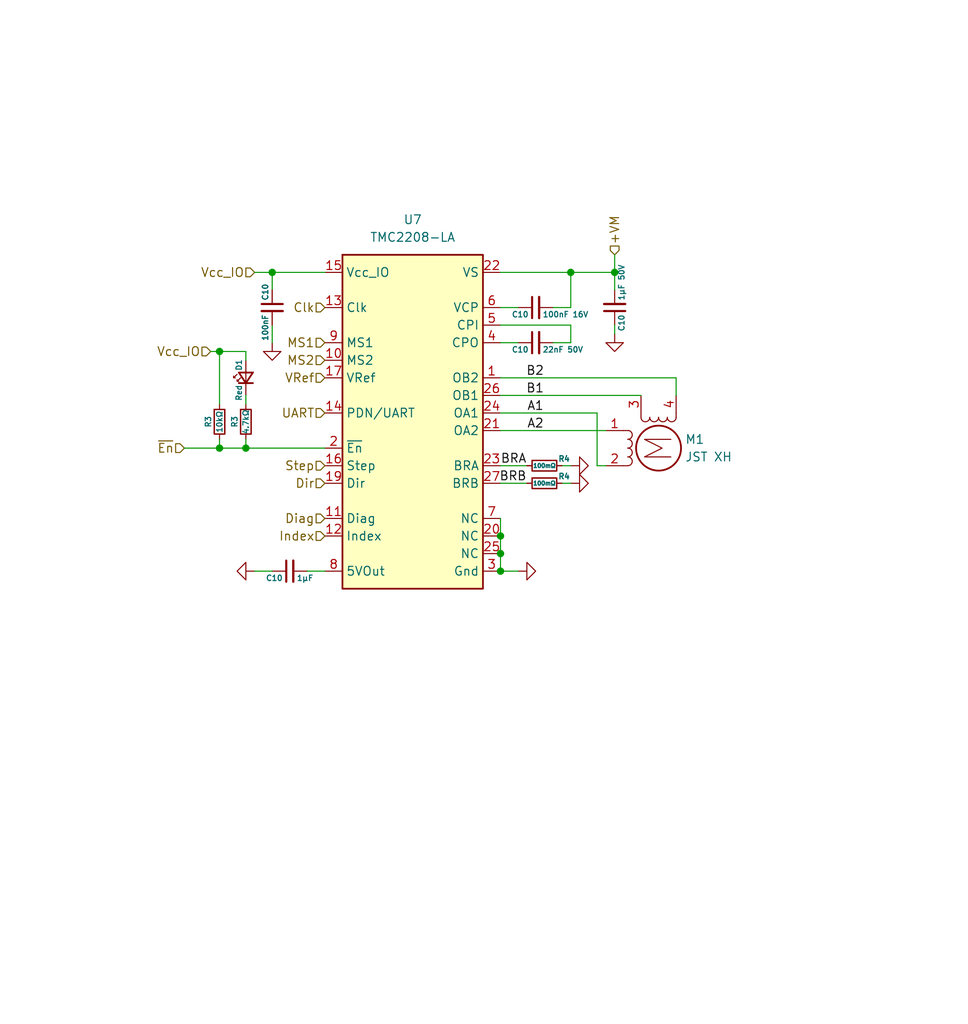
<source format=kicad_sch>
(kicad_sch (version 20230121) (generator eeschema)
  (paper "User" 140.005 148.006)
  (title_block (title "Integrated TMC2208 Driver Block") (company "Meridi Engineering"))
  (lib_symbols
    (symbol "Device:C_Small" (pin_numbers hide) (pin_names (offset 0.254) hide)
      (property "Reference" "C" (at 0.254 1.778 0))
      (property "Value" "C_Small" (at 0.254 -2.032 0))
      (symbol "C_Small_0_1"
        (polyline (pts (xy -1.524 -0.508) (xy 1.524 -0.508)) (stroke (width 0.3302)))
        (polyline (pts (xy -1.524 0.508) (xy 1.524 0.508)) (stroke (width 0.3048)))
      )
      (symbol "C_Small_1_1"
        (pin passive line (at 0 2.54 270) (length 2.032) (name "~") (number "1"))
        (pin passive line (at 0 -2.54 90) (length 2.032) (name "~") (number "2"))
      )
    )
    (symbol "Device:LED_Small" (pin_numbers hide) (pin_names (offset 0.254) hide)
      (property "Reference" "D" (at -1.27 3.175 0))
      (property "Value" "LED_Small" (at -4.445 -2.54 0))
      (symbol "LED_Small_0_1"
        (polyline (pts (xy -0.762 -1.016) (xy -0.762 1.016)) (stroke (width 0.254)))
        (polyline (pts (xy 1.016 0) (xy -0.762 0)))
        (polyline (pts (xy 0.762 -1.016) (xy -0.762 0) (xy 0.762 1.016) (xy 0.762 -1.016)) (stroke (width 0.254)))
        (polyline (pts (xy 0 0.762) (xy -0.508 1.27) (xy -0.254 1.27) (xy -0.508 1.27) (xy -0.508 1.016)))
        (polyline (pts (xy 0.508 1.27) (xy 0 1.778) (xy 0.254 1.778) (xy 0 1.778) (xy 0 1.524)))
      )
      (symbol "LED_Small_1_1"
        (pin passive line (at -2.54 0 0) (length 1.778) (name "K") (number "1"))
        (pin passive line (at 2.54 0 180) (length 1.778) (name "A") (number "2"))
      )
    )
    (symbol "Device:R_Small" (pin_numbers hide) (pin_names (offset 0.254) hide)
      (property "Reference" "R" (at 0.762 0.508 0))
      (property "Value" "R_Small" (at 0.762 -1.016 0))
      (symbol "R_Small_0_1"
        (rectangle (start -0.762 1.778) (end 0.762 -1.778) (stroke (width 0.2032)))
      )
      (symbol "R_Small_1_1"
        (pin passive line (at 0 2.54 270) (length 0.762) (name "~") (number "1"))
        (pin passive line (at 0 -2.54 90) (length 0.762) (name "~") (number "2"))
      )
    )
    (symbol "Motor:Stepper_Motor_bipolar" (pin_names (offset 0) hide)
      (property "Reference" "M" (at 3.81 2.54 0))
      (property "Value" "Stepper_Motor_bipolar" (at 3.81 1.27 0))
      (symbol "Stepper_Motor_bipolar_0_0"
        (polyline (pts (xy -1.27 -1.778) (xy -1.27 2.032) (xy 0 -0.508) (xy 1.27 2.032) (xy 1.27 -1.778)))
      )
      (symbol "Stepper_Motor_bipolar_0_1"
        (arc (start -4.445 -2.54) (mid -3.8127 -1.905) (end -4.445 -1.27))
        (arc (start -4.445 -1.27) (mid -3.8127 -0.635) (end -4.445 0))
        (arc (start -4.445 0) (mid -3.8127 0.635) (end -4.445 1.27))
        (arc (start -4.445 1.27) (mid -3.8127 1.905) (end -4.445 2.54))
        (arc (start -2.54 4.445) (mid -1.905 3.8127) (end -1.27 4.445))
        (arc (start -1.27 4.445) (mid -0.635 3.8127) (end 0 4.445))
        (polyline (pts (xy -5.08 -2.54) (xy -4.445 -2.54)))
        (polyline (pts (xy -5.08 2.54) (xy -4.445 2.54)))
        (polyline (pts (xy -2.54 5.08) (xy -2.54 4.445)))
        (polyline (pts (xy 2.54 5.08) (xy 2.54 4.445)))
        (circle (center 0 0) (radius 3.2512) (stroke (width 0.254)))
        (arc (start 0 4.445) (mid 0.635 3.8127) (end 1.27 4.445))
        (arc (start 1.27 4.445) (mid 1.905 3.8127) (end 2.54 4.445))
      )
      (symbol "Stepper_Motor_bipolar_1_1"
        (pin passive line (at -2.54 7.62 270) (length 2.54) (name "~") (number "1"))
        (pin passive line (at 2.54 7.62 270) (length 2.54) (name "-") (number "2"))
        (pin passive line (at -7.62 2.54 0) (length 2.54) (name "~") (number "3"))
        (pin passive line (at -7.62 -2.54 0) (length 2.54) (name "~") (number "4"))
      )
    )
    (symbol "corevus:TMC2208-LA"
      (property "Reference" "U" (at -10.16 25.4 0))
      (property "Value" "TMC2208-LA" (at 10.16 25.4 0))
      (symbol "TMC2208-LA_0_0"
        (pin power_out line (at 12.7 6.35 180) (length 2.54) (name "OB2") (number "1"))
        (pin input line (at -12.7 8.89 0) (length 2.54) (name "MS2") (number "10"))
        (pin output line (at -12.7 -13.97 0) (length 2.54) (name "Diag") (number "11"))
        (pin output line (at -12.7 -16.51 0) (length 2.54) (name "Index") (number "12"))
        (pin input line (at -12.7 16.51 0) (length 2.54) (name "Clk") (number "13"))
        (pin input line (at -12.7 21.59 0) (length 2.54) (name "Vcc_IO") (number "15"))
        (pin input line (at -12.7 -6.35 0) (length 2.54) (name "Step") (number "16"))
        (pin input line (at -12.7 6.35 0) (length 2.54) (name "VRef") (number "17"))
        (pin input line (at -12.7 -8.89 0) (length 2.54) (name "Dir") (number "19"))
        (pin passive line (at 12.7 -16.51 180) (length 2.54) (name "NC") (number "20"))
        (pin power_in line (at 12.7 -1.27 180) (length 2.54) (name "OA2") (number "21"))
        (pin power_in line (at 12.7 21.59 180) (length 2.54) (name "VS") (number "22"))
        (pin power_in line (at 12.7 -6.35 180) (length 2.54) (name "BRA") (number "23"))
        (pin power_in line (at 12.7 1.27 180) (length 2.54) (name "OA1") (number "24"))
        (pin power_in line (at 12.7 3.81 180) (length 2.54) (name "OB1") (number "26"))
        (pin power_in line (at 12.7 -8.89 180) (length 2.54) (name "BRB") (number "27"))
        (pin power_in line (at 12.7 -21.59 180) (length 2.54) (name "Gnd") (number "3"))
        (pin power_out line (at 12.7 11.43 180) (length 2.54) (name "CPO") (number "4"))
        (pin power_in line (at 12.7 13.97 180) (length 2.54) (name "CPI") (number "5"))
        (pin power_in line (at 12.7 16.51 180) (length 2.54) (name "VCP") (number "6"))
        (pin passive line (at 12.7 -13.97 180) (length 2.54) (name "NC") (number "7"))
        (pin power_out line (at -12.7 -21.59 0) (length 2.54) (name "5VOut") (number "8"))
        (pin input line (at -12.7 11.43 0) (length 2.54) (name "MS1") (number "9"))
      )
      (symbol "TMC2208-LA_0_1"
        (rectangle (start -10.16 24.13) (end 10.16 -24.13) (stroke (width 0.254)) (fill (type background)))
      )
      (symbol "TMC2208-LA_1_0"
        (pin bidirectional line (at -12.7 1.27 0) (length 2.54) (name "PDN/UART") (number "14"))
        (pin power_in line (at 12.7 -21.59 180) (length 2.54) hide (name "Gnd") (number "18"))
        (pin input line (at -12.7 -3.81 0) (length 2.54) (name "~{En}") (number "2"))
        (pin passive line (at 12.7 -19.05 180) (length 2.54) (name "NC") (number "25"))
        (pin unspecified line (at 12.7 21.59 180) (length 2.54) hide (name "VS") (number "28"))
        (pin unspecified line (at 12.7 -21.59 180) (length 2.54) hide (name "Pad") (number "29"))
      )
    )
    (symbol "power:GND" (power) (pin_names (offset 0))
      (property "Value" "GND" (at 0 -3.81 0))
      (symbol "GND_0_1"
        (polyline (pts (xy 0 0) (xy 0 -1.27) (xy 1.27 -1.27) (xy 0 -2.54) (xy -1.27 -1.27) (xy 0 -1.27)))
      )
      (symbol "GND_1_1"
        (pin power_in line (at 0 0 270) (length 0) hide (name "GND") (number "1"))
      )
    )
  )
  (junction (at 72.39 77.47))
  (junction (at 35.56 64.77))
  (junction (at 72.39 80.01))
  (junction (at 88.9 39.37))
  (junction (at 31.75 64.77))
  (junction (at 82.55 39.37))
  (junction (at 39.37 39.37))
  (junction (at 72.39 82.55))
  (junction (at 31.75 50.8))
  (wire (pts (xy 72.39 49.53) (xy 74.93 49.53)))
  (wire (pts (xy 88.9 39.37) (xy 88.9 41.91)))
  (wire (pts (xy 31.75 50.8) (xy 31.75 58.42)))
  (wire (pts (xy 97.79 54.61) (xy 97.79 57.15)))
  (wire (pts (xy 36.83 82.55) (xy 39.37 82.55)))
  (wire (pts (xy 72.39 74.93) (xy 72.39 77.47)))
  (wire (pts (xy 35.56 50.8) (xy 35.56 52.07)))
  (wire (pts (xy 82.55 39.37) (xy 88.9 39.37)))
  (wire (pts (xy 86.36 67.31) (xy 87.63 67.31)))
  (wire (pts (xy 31.75 64.77) (xy 35.56 64.77)))
  (wire (pts (xy 39.37 39.37) (xy 46.99 39.37)))
  (wire (pts (xy 31.75 50.8) (xy 35.56 50.8)))
  (wire (pts (xy 72.39 39.37) (xy 82.55 39.37)))
  (wire (pts (xy 72.39 46.99) (xy 82.55 46.99)))
  (wire (pts (xy 72.39 57.15) (xy 92.71 57.15)))
  (wire (pts (xy 31.75 63.5) (xy 31.75 64.77)))
  (wire (pts (xy 72.39 77.47) (xy 72.39 80.01)))
  (wire (pts (xy 86.36 59.69) (xy 86.36 67.31)))
  (wire (pts (xy 26.67 64.77) (xy 31.75 64.77)))
  (wire (pts (xy 82.55 46.99) (xy 82.55 49.53)))
  (wire (pts (xy 35.56 64.77) (xy 35.56 63.5)))
  (wire (pts (xy 72.39 62.23) (xy 87.63 62.23)))
  (wire (pts (xy 88.9 46.99) (xy 88.9 48.26)))
  (wire (pts (xy 80.01 44.45) (xy 82.55 44.45)))
  (wire (pts (xy 72.39 54.61) (xy 97.79 54.61)))
  (wire (pts (xy 30.48 50.8) (xy 31.75 50.8)))
  (wire (pts (xy 72.39 69.85) (xy 76.2 69.85)))
  (wire (pts (xy 80.01 49.53) (xy 82.55 49.53)))
  (wire (pts (xy 81.28 69.85) (xy 82.55 69.85)))
  (wire (pts (xy 72.39 67.31) (xy 76.2 67.31)))
  (wire (pts (xy 39.37 39.37) (xy 39.37 41.91)))
  (wire (pts (xy 39.37 46.99) (xy 39.37 49.53)))
  (wire (pts (xy 72.39 44.45) (xy 74.93 44.45)))
  (wire (pts (xy 72.39 80.01) (xy 72.39 82.55)))
  (wire (pts (xy 72.39 59.69) (xy 86.36 59.69)))
  (wire (pts (xy 88.9 36.83) (xy 88.9 39.37)))
  (wire (pts (xy 36.83 39.37) (xy 39.37 39.37)))
  (wire (pts (xy 82.55 44.45) (xy 82.55 39.37)))
  (wire (pts (xy 44.45 82.55) (xy 46.99 82.55)))
  (wire (pts (xy 81.28 67.31) (xy 82.55 67.31)))
  (wire (pts (xy 74.93 82.55) (xy 72.39 82.55)))
  (wire (pts (xy 35.56 64.77) (xy 46.99 64.77)))
  (wire (pts (xy 35.56 57.15) (xy 35.56 58.42)))
  (label "A2" (at 76.2 62.23 0))
  (label "BRA" (at 76.2 67.31 180))
  (label "B2" (at 78.74 54.61 180))
  (label "BRB" (at 76.2 69.85 180))
  (label "B1" (at 78.74 57.15 180))
  (label "A1" (at 76.2 59.69 0))
  (hierarchical_label "Vcc_IO" (shape input) (at 30.48 50.8 180))
  (hierarchical_label "Index" (shape input) (at 46.99 77.47 180))
  (hierarchical_label "Diag" (shape input) (at 46.99 74.93 180))
  (hierarchical_label "Vcc_IO" (shape input) (at 36.83 39.37 180))
  (hierarchical_label "Step" (shape input) (at 46.99 67.31 180))
  (hierarchical_label "VRef" (shape input) (at 46.99 54.61 180))
  (hierarchical_label "Clk" (shape input) (at 46.99 44.45 180))
  (hierarchical_label "Dir" (shape input) (at 46.99 69.85 180))
  (hierarchical_label "MS2" (shape input) (at 46.99 52.07 180))
  (hierarchical_label "UART" (shape input) (at 46.99 59.69 180))
  (hierarchical_label "~{En}" (shape input) (at 26.67 64.77 180))
  (hierarchical_label "+VM" (shape input) (at 88.9 36.83 90))
  (hierarchical_label "MS1" (shape input) (at 46.99 49.53 180))
  (symbol (lib_id "power:GND") (at 82.55 69.85 90) (unit 1)
    (property "Reference" "#PWR013" (effects hide))
    (property "Value" "GND" (effects hide))
    (instances (project "driver-tmc5160" (path "" (reference "#PWR013") (unit 1))) (project "corevus-g" (path "" (reference "#PWR0108") (unit 1)) (path "" (reference "#PWR0115") (unit 1)) (path "" (reference "#PWR0122") (unit 1)) (path "" (reference "#PWR0129") (unit 1))))
  )
  (symbol (lib_id "Device:R_Small") (at 78.74 67.31 90) (unit 1)
    (property "Reference" "R4" (at 80.74 66.31 90) (effects (font (size 0.8 0.8)) (justify right)))
    (property "Value" "100mΩ" (at 78.74 67.31 90) (effects (font (size 0.6 0.6))))
    (property "Footprint" "Resistor_SMD:R_0805_2012Metric" (effects hide))
    (property "LCSC" "C382279" (effects hide))
    (instances (project "driver-tmc5160" (path "" (reference "R4") (unit 1))) (project "corevus-g" (path "" (reference "R20") (unit 1)) (path "" (reference "R23") (unit 1)) (path "" (reference "R26") (unit 1)) (path "" (reference "R29") (unit 1))))
  )
  (symbol (lib_id "corevus:TMC2208-LA") (at 59.69 60.96 0) (unit 1)
    (property "Reference" "U7" (at 59.69 31.75 0))
    (property "Value" "TMC2208-LA" (at 59.69 34.29 0))
    (property "Footprint" "corevus:TMC220x" (effects hide))
    (property "Datasheet" "https://trinamic.com/fileadmin/assets/Products/ICs_Documents/TMC220x_TMC2224_datasheet_Rev1.09.pdf" (effects hide))
    (property "LCSC" "C115944" (effects hide))
    (instances (project "corevus-g" (path "" (reference "U7") (unit 1)) (path "" (reference "U8") (unit 1)) (path "" (reference "U9") (unit 1)) (path "" (reference "U10") (unit 1))))
  )
  (symbol (lib_id "Device:R_Small") (at 35.56 60.96 0) (unit 1)
    (property "Reference" "R3" (at 33.93 60.96 90) (effects (font (size 0.8 0.8))))
    (property "Value" "4.7kΩ" (at 35.56 60.96 90) (effects (font (size 0.8 0.8))))
    (property "Footprint" "AlphaLib:0402R" (effects hide))
    (instances (project "driver-tmc5160" (path "" (reference "R3") (unit 1))) (project "corevus-g" (path "" (reference "R96") (unit 1)) (path "" (reference "R70") (unit 1)) (path "" (reference "R71") (unit 1)) (path "" (reference "R72") (unit 1)) (path "" (reference "R67") (unit 1)) (path "" (reference "R98") (unit 1)) (path "" (reference "R99") (unit 1)) (path "" (reference "R22") (unit 1)) (path "" (reference "R28") (unit 1)) (path "" (reference "R101") (unit 1)) (path "" (reference "R103") (unit 1))))
  )
  (symbol (lib_id "Device:C_Small") (at 41.91 82.55 90) (unit 1)
    (property "Reference" "C10" (at 40.91 83.55 90) (effects (font (size 0.8 0.8)) (justify left)))
    (property "Value" "1μF" (at 42.91 83.55 90) (effects (font (size 0.8 0.8)) (justify right)))
    (property "Footprint" "AlphaLib:0402C" (effects hide))
    (property "LCSC" "C19666" (effects hide))
    (instances (project "driver-tmc5160" (path "" (reference "C10") (unit 1))) (project "corevus-g" (path "" (reference "C19") (unit 1)) (path "" (reference "C24") (unit 1)) (path "" (reference "C29") (unit 1)) (path "" (reference "C34") (unit 1))))
  )
  (symbol (lib_id "power:GND") (at 36.83 82.55 270) (unit 1)
    (property "Reference" "#PWR013" (effects hide))
    (property "Value" "GND" (effects hide))
    (instances (project "driver-tmc5160" (path "" (reference "#PWR013") (unit 1))) (project "corevus-g" (path "" (reference "#PWR0103") (unit 1)) (path "" (reference "#PWR0110") (unit 1)) (path "" (reference "#PWR0117") (unit 1)) (path "" (reference "#PWR0124") (unit 1))))
  )
  (symbol (lib_id "power:GND") (at 88.9 48.26 0) (unit 1)
    (property "Reference" "#PWR013" (effects hide))
    (property "Value" "GND" (effects hide))
    (instances (project "driver-tmc5160" (path "" (reference "#PWR013") (unit 1))) (project "corevus-g" (path "" (reference "#PWR0109") (unit 1)) (path "" (reference "#PWR0116") (unit 1)) (path "" (reference "#PWR0123") (unit 1)) (path "" (reference "#PWR0130") (unit 1))))
  )
  (symbol (lib_id "Device:C_Small") (at 77.47 44.45 90) (unit 1)
    (property "Reference" "C10" (at 76.47 45.45 90) (effects (font (size 0.8 0.8)) (justify left)))
    (property "Value" "100nF 16V" (at 78.47 45.45 90) (effects (font (size 0.8 0.8)) (justify right)))
    (property "Footprint" "AlphaLib:0402C" (effects hide))
    (property "LCSC" "C1525" (effects hide))
    (instances (project "driver-tmc5160" (path "" (reference "C10") (unit 1))) (project "corevus-g" (path "" (reference "C20") (unit 1)) (path "" (reference "C25") (unit 1)) (path "" (reference "C30") (unit 1)) (path "" (reference "C35") (unit 1))))
  )
  (symbol (lib_id "power:GND") (at 82.55 67.31 90) (unit 1)
    (property "Reference" "#PWR013" (effects hide))
    (property "Value" "GND" (effects hide))
    (instances (project "driver-tmc5160" (path "" (reference "#PWR013") (unit 1))) (project "corevus-g" (path "" (reference "#PWR0107") (unit 1)) (path "" (reference "#PWR0114") (unit 1)) (path "" (reference "#PWR0121") (unit 1)) (path "" (reference "#PWR0128") (unit 1))))
  )
  (symbol (lib_id "Motor:Stepper_Motor_bipolar") (at 95.25 64.77 90) (mirror x) (unit 1)
    (property "Reference" "M1" (at 99.06 63.5 90) (effects (justify right)))
    (property "Value" "JST XH" (at 99.06 66.04 90) (effects (justify right)))
    (property "Footprint" "corevus:JST_XH_1x04-Side" (effects hide))
    (property "Datasheet" "http://www.infineon.com/dgdl/Application-Note-TLE8110EE_driving_UniPolarStepperMotor_V1.1.pdf?fileId=db3a30431be39b97011be5d0aa0a00b0" (effects hide))
    (instances (project "corevus-g" (path "" (reference "M1") (unit 1)) (path "" (reference "M2") (unit 1)) (path "" (reference "M3") (unit 1)) (path "" (reference "M4") (unit 1))))
  )
  (symbol (lib_id "power:GND") (at 39.37 49.53 0) (unit 1)
    (property "Reference" "#PWR013" (effects hide))
    (property "Value" "GND" (effects hide))
    (instances (project "driver-tmc5160" (path "" (reference "#PWR013") (unit 1))) (project "corevus-g" (path "" (reference "#PWR0104") (unit 1)) (path "" (reference "#PWR0111") (unit 1)) (path "" (reference "#PWR0118") (unit 1)) (path "" (reference "#PWR0125") (unit 1))))
  )
  (symbol (lib_id "Device:R_Small") (at 31.75 60.96 0) (unit 1)
    (property "Reference" "R3" (at 30.12 60.96 90) (effects (font (size 0.8 0.8))))
    (property "Value" "10kΩ" (at 31.75 60.96 90) (effects (font (size 0.8 0.8))))
    (property "Footprint" "AlphaLib:0402R" (effects hide))
    (instances (project "driver-tmc5160" (path "" (reference "R3") (unit 1))) (project "corevus-g" (path "" (reference "R96") (unit 1)) (path "" (reference "R70") (unit 1)) (path "" (reference "R71") (unit 1)) (path "" (reference "R72") (unit 1)) (path "" (reference "R67") (unit 1)) (path "" (reference "R98") (unit 1)) (path "" (reference "R99") (unit 1)) (path "" (reference "R97") (unit 1)) (path "" (reference "R100") (unit 1)) (path "" (reference "R102") (unit 1)) (path "" (reference "R105") (unit 1))))
  )
  (symbol (lib_id "Device:R_Small") (at 78.74 69.85 90) (unit 1)
    (property "Reference" "R4" (at 80.74 68.85 90) (effects (font (size 0.8 0.8)) (justify right)))
    (property "Value" "100mΩ" (at 78.74 69.85 90) (effects (font (size 0.6 0.6))))
    (property "Footprint" "Resistor_SMD:R_0805_2012Metric" (effects hide))
    (property "LCSC" "C382279" (effects hide))
    (instances (project "driver-tmc5160" (path "" (reference "R4") (unit 1))) (project "corevus-g" (path "" (reference "R21") (unit 1)) (path "" (reference "R24") (unit 1)) (path "" (reference "R27") (unit 1)) (path "" (reference "R30") (unit 1))))
  )
  (symbol (lib_id "power:GND") (at 74.93 82.55 90) (unit 1)
    (property "Reference" "#PWR013" (effects hide))
    (property "Value" "GND" (effects hide))
    (instances (project "driver-tmc5160" (path "" (reference "#PWR013") (unit 1))) (project "corevus-g" (path "" (reference "#PWR0106") (unit 1)) (path "" (reference "#PWR0113") (unit 1)) (path "" (reference "#PWR0120") (unit 1)) (path "" (reference "#PWR0127") (unit 1))))
  )
  (symbol (lib_id "Device:C_Small") (at 77.47 49.53 90) (unit 1)
    (property "Reference" "C10" (at 76.47 50.53 90) (effects (font (size 0.8 0.8)) (justify left)))
    (property "Value" "22nF 50V" (at 78.47 50.53 90) (effects (font (size 0.8 0.8)) (justify right)))
    (property "Footprint" "AlphaLib:0402C" (effects hide))
    (property "LCSC" "C1532" (effects hide))
    (instances (project "driver-tmc5160" (path "" (reference "C10") (unit 1))) (project "corevus-g" (path "" (reference "C21") (unit 1)) (path "" (reference "C26") (unit 1)) (path "" (reference "C31") (unit 1)) (path "" (reference "C36") (unit 1))))
  )
  (symbol (lib_id "Device:C_Small") (at 39.37 44.45 0) (unit 1)
    (property "Reference" "C10" (at 38.37 43.45 90) (effects (font (size 0.8 0.8)) (justify left)))
    (property "Value" "100nF" (at 38.37 45.45 90) (effects (font (size 0.8 0.8)) (justify right)))
    (property "Footprint" "AlphaLib:0402C" (effects hide))
    (property "LCSC" "C1525" (effects hide))
    (instances (project "driver-tmc5160" (path "" (reference "C10") (unit 1))) (project "corevus-g" (path "" (reference "C18") (unit 1)) (path "" (reference "C23") (unit 1)) (path "" (reference "C28") (unit 1)) (path "" (reference "C33") (unit 1))))
  )
  (symbol (lib_id "Device:C_Small") (at 88.9 44.45 180) (unit 1)
    (property "Reference" "C10" (at 89.9 45.45 90) (effects (font (size 0.8 0.8)) (justify left)))
    (property "Value" "1μF 50V" (at 89.9 43.45 90) (effects (font (size 0.8 0.8)) (justify right)))
    (property "Footprint" "AlphaLib:0603C" (effects hide))
    (property "LCSC" "C15849" (effects hide))
    (instances (project "driver-tmc5160" (path "" (reference "C10") (unit 1))) (project "corevus-g" (path "" (reference "C22") (unit 1)) (path "" (reference "C27") (unit 1)) (path "" (reference "C32") (unit 1)) (path "" (reference "C37") (unit 1))))
  )
  (symbol (lib_id "Device:LED_Small") (at 35.56 54.61 90) (unit 1)
    (property "Reference" "D1" (at 34.56 53.61 0) (effects (font (size 0.8 0.8)) (justify left)))
    (property "Value" "Red" (at 34.56 55.61 0) (effects (font (size 0.8 0.8)) (justify right)))
    (property "Footprint" "AlphaLib:0402LED" (effects hide))
    (instances (project "driver-tmc5160" (path "" (reference "D1") (unit 1))) (project "corevus-g" (path "" (reference "D18") (unit 1)) (path "" (reference "D13") (unit 1)) (path "" (reference "D14") (unit 1)) (path "" (reference "D15") (unit 1)) (path "" (reference "D11") (unit 1)) (path "" (reference "D19") (unit 1)) (path "" (reference "D20") (unit 1)) (path "" (reference "D21") (unit 1)) (path "" (reference "D22") (unit 1)) (path "" (reference "D23") (unit 1)) (path "" (reference "D24") (unit 1))))
  )
)
</source>
